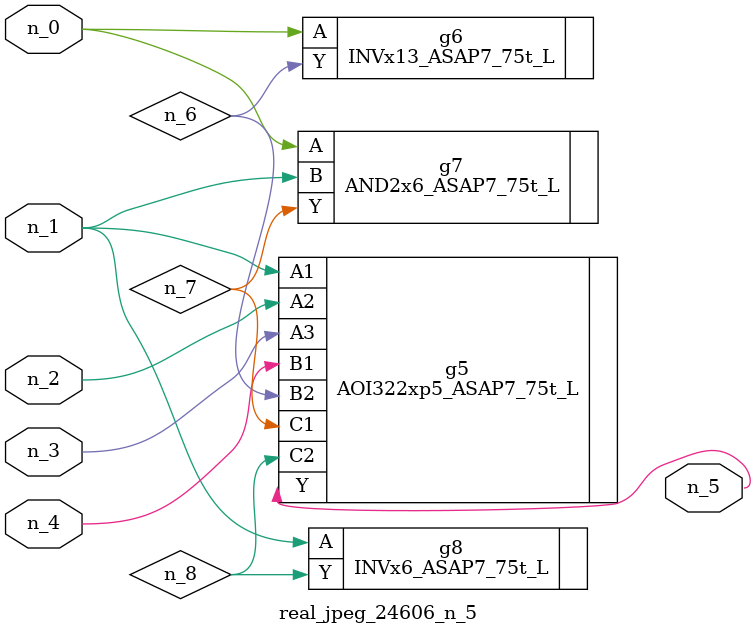
<source format=v>
module real_jpeg_24606_n_5 (n_4, n_0, n_1, n_2, n_3, n_5);

input n_4;
input n_0;
input n_1;
input n_2;
input n_3;

output n_5;

wire n_8;
wire n_6;
wire n_7;

INVx13_ASAP7_75t_L g6 ( 
.A(n_0),
.Y(n_6)
);

AND2x6_ASAP7_75t_L g7 ( 
.A(n_0),
.B(n_1),
.Y(n_7)
);

AOI322xp5_ASAP7_75t_L g5 ( 
.A1(n_1),
.A2(n_2),
.A3(n_3),
.B1(n_4),
.B2(n_6),
.C1(n_7),
.C2(n_8),
.Y(n_5)
);

INVx6_ASAP7_75t_L g8 ( 
.A(n_1),
.Y(n_8)
);


endmodule
</source>
